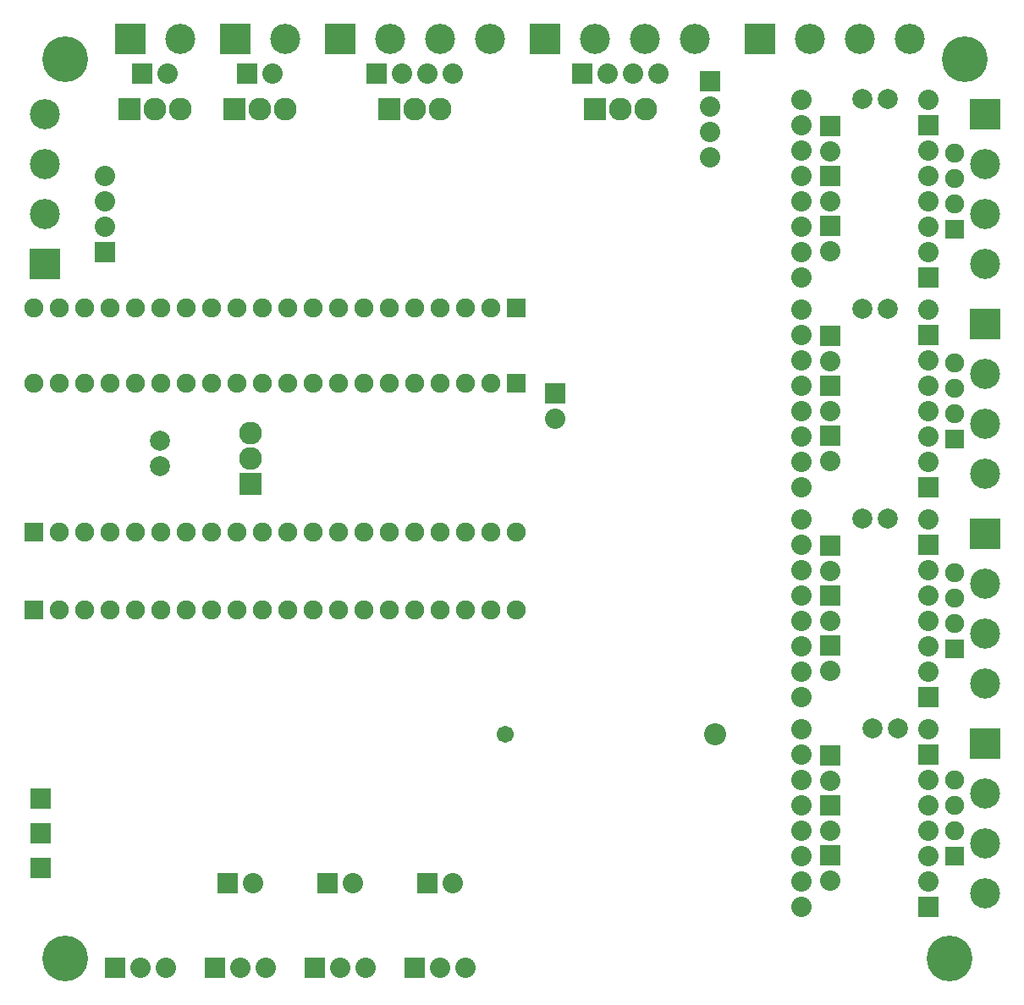
<source format=gbs>
G04 (created by PCBNEW-RS274X (2012-01-19 BZR 3256)-stable) date 23/08/2012 8:13:32 PM*
G01*
G70*
G90*
%MOIN*%
G04 Gerber Fmt 3.4, Leading zero omitted, Abs format*
%FSLAX34Y34*%
G04 APERTURE LIST*
%ADD10C,0.006000*%
%ADD11R,0.075000X0.075000*%
%ADD12C,0.075000*%
%ADD13R,0.118400X0.118400*%
%ADD14C,0.118400*%
%ADD15C,0.090000*%
%ADD16R,0.090000X0.090000*%
%ADD17R,0.080000X0.080000*%
%ADD18C,0.080000*%
%ADD19C,0.079100*%
%ADD20C,0.180000*%
%ADD21C,0.067200*%
%ADD22C,0.086900*%
G04 APERTURE END LIST*
G54D10*
G54D11*
X41733Y-38114D03*
G54D12*
X41733Y-37114D03*
X41733Y-36114D03*
X41733Y-35114D03*
G54D11*
X41733Y-13389D03*
G54D12*
X41733Y-12389D03*
X41733Y-11389D03*
X41733Y-10389D03*
G54D11*
X41733Y-21657D03*
G54D12*
X41733Y-20657D03*
X41733Y-19657D03*
X41733Y-18657D03*
G54D13*
X42914Y-25393D03*
G54D14*
X42914Y-27362D03*
X42914Y-29330D03*
X42914Y-31299D03*
G54D13*
X42914Y-33661D03*
G54D14*
X42914Y-35630D03*
X42914Y-37598D03*
X42914Y-39567D03*
G54D13*
X42914Y-17126D03*
G54D14*
X42914Y-19095D03*
X42914Y-21063D03*
X42914Y-23032D03*
G54D13*
X42914Y-08858D03*
G54D14*
X42914Y-10827D03*
X42914Y-12795D03*
X42914Y-14764D03*
G54D13*
X05906Y-14763D03*
G54D14*
X05906Y-12794D03*
X05906Y-10826D03*
X05906Y-08857D03*
G54D13*
X34056Y-05905D03*
G54D14*
X36025Y-05905D03*
X37993Y-05905D03*
X39962Y-05905D03*
G54D13*
X25591Y-05905D03*
G54D14*
X27560Y-05905D03*
X29528Y-05905D03*
X31497Y-05905D03*
G54D13*
X17521Y-05905D03*
G54D14*
X19490Y-05905D03*
X21458Y-05905D03*
X23427Y-05905D03*
G54D13*
X13387Y-05905D03*
G54D14*
X15356Y-05905D03*
G54D13*
X09253Y-05905D03*
G54D14*
X11222Y-05905D03*
G54D15*
X21473Y-08662D03*
X20473Y-08662D03*
G54D16*
X19473Y-08662D03*
G54D15*
X15371Y-08662D03*
X14371Y-08662D03*
G54D16*
X13371Y-08662D03*
G54D15*
X11237Y-08662D03*
X10237Y-08662D03*
G54D16*
X09237Y-08662D03*
G54D15*
X29544Y-08662D03*
X28544Y-08662D03*
G54D16*
X27544Y-08662D03*
G54D15*
X13977Y-21441D03*
X13977Y-22441D03*
G54D16*
X13977Y-23441D03*
G54D11*
X05461Y-28393D03*
G54D12*
X06461Y-28393D03*
X07461Y-28393D03*
X08461Y-28393D03*
X09461Y-28393D03*
X10461Y-28393D03*
X11461Y-28393D03*
X12461Y-28393D03*
X13461Y-28393D03*
X14461Y-28393D03*
X15461Y-28393D03*
X16461Y-28393D03*
X17461Y-28393D03*
X18461Y-28393D03*
X19461Y-28393D03*
X20461Y-28393D03*
X21461Y-28393D03*
X22461Y-28393D03*
X23461Y-28393D03*
X24461Y-28393D03*
X24461Y-25346D03*
X23461Y-25346D03*
X22461Y-25346D03*
X21461Y-25346D03*
X20461Y-25346D03*
X19461Y-25346D03*
X18461Y-25346D03*
X17461Y-25346D03*
X16461Y-25346D03*
X15461Y-25346D03*
X14461Y-25346D03*
X13461Y-25346D03*
X12461Y-25346D03*
X11461Y-25346D03*
X10461Y-25346D03*
X09461Y-25346D03*
X08461Y-25346D03*
X07461Y-25346D03*
X06461Y-25346D03*
G54D11*
X05461Y-25346D03*
X24461Y-16488D03*
G54D12*
X23461Y-16488D03*
X22461Y-16488D03*
X21461Y-16488D03*
X20461Y-16488D03*
X19461Y-16488D03*
X18461Y-16488D03*
X17461Y-16488D03*
X16461Y-16488D03*
X15461Y-16488D03*
X14461Y-16488D03*
X13461Y-16488D03*
X12461Y-16488D03*
X11461Y-16488D03*
X10461Y-16488D03*
X09461Y-16488D03*
X08461Y-16488D03*
X07461Y-16488D03*
X06461Y-16488D03*
X05461Y-16488D03*
X05461Y-19465D03*
X06461Y-19465D03*
X07461Y-19465D03*
X08461Y-19465D03*
X09461Y-19465D03*
X10461Y-19465D03*
X11461Y-19465D03*
X12461Y-19465D03*
X13461Y-19465D03*
X14461Y-19465D03*
X15461Y-19465D03*
X16461Y-19465D03*
X17461Y-19465D03*
X18461Y-19465D03*
X19461Y-19465D03*
X20461Y-19465D03*
X21461Y-19465D03*
X22461Y-19465D03*
X23461Y-19465D03*
G54D11*
X24461Y-19465D03*
G54D17*
X40691Y-15311D03*
G54D18*
X40691Y-14311D03*
X40691Y-13311D03*
X40691Y-12311D03*
X40691Y-11311D03*
X40691Y-10311D03*
G54D17*
X40691Y-09311D03*
G54D18*
X40691Y-08311D03*
X35691Y-08311D03*
X35691Y-09311D03*
X35691Y-10311D03*
X35691Y-11311D03*
X35691Y-12311D03*
X35691Y-13311D03*
X35691Y-14311D03*
X35691Y-15311D03*
G54D17*
X40691Y-31846D03*
G54D18*
X40691Y-30846D03*
X40691Y-29846D03*
X40691Y-28846D03*
X40691Y-27846D03*
X40691Y-26846D03*
G54D17*
X40691Y-25846D03*
G54D18*
X40691Y-24846D03*
X35691Y-24846D03*
X35691Y-25846D03*
X35691Y-26846D03*
X35691Y-27846D03*
X35691Y-28846D03*
X35691Y-29846D03*
X35691Y-30846D03*
X35691Y-31846D03*
G54D17*
X40691Y-23578D03*
G54D18*
X40691Y-22578D03*
X40691Y-21578D03*
X40691Y-20578D03*
X40691Y-19578D03*
X40691Y-18578D03*
G54D17*
X40691Y-17578D03*
G54D18*
X40691Y-16578D03*
X35691Y-16578D03*
X35691Y-17578D03*
X35691Y-18578D03*
X35691Y-19578D03*
X35691Y-20578D03*
X35691Y-21578D03*
X35691Y-22578D03*
X35691Y-23578D03*
G54D17*
X40691Y-40114D03*
G54D18*
X40691Y-39114D03*
X40691Y-38114D03*
X40691Y-37114D03*
X40691Y-36114D03*
X40691Y-35114D03*
G54D17*
X40691Y-34114D03*
G54D18*
X40691Y-33114D03*
X35691Y-33114D03*
X35691Y-34114D03*
X35691Y-35114D03*
X35691Y-36114D03*
X35691Y-37114D03*
X35691Y-38114D03*
X35691Y-39114D03*
X35691Y-40114D03*
G54D17*
X32087Y-07555D03*
G54D18*
X32087Y-08555D03*
X32087Y-09555D03*
X32087Y-10555D03*
G54D17*
X08268Y-14295D03*
G54D18*
X08268Y-13295D03*
X08268Y-12295D03*
X08268Y-11295D03*
G54D17*
X18973Y-07283D03*
G54D18*
X19973Y-07283D03*
X20973Y-07283D03*
X21973Y-07283D03*
G54D17*
X27044Y-07283D03*
G54D18*
X28044Y-07283D03*
X29044Y-07283D03*
X30044Y-07283D03*
G54D17*
X12583Y-42519D03*
G54D18*
X13583Y-42519D03*
X14583Y-42519D03*
G54D17*
X16520Y-42519D03*
G54D18*
X17520Y-42519D03*
X18520Y-42519D03*
G54D17*
X08646Y-42519D03*
G54D18*
X09646Y-42519D03*
X10646Y-42519D03*
G54D17*
X20457Y-42519D03*
G54D18*
X21457Y-42519D03*
X22457Y-42519D03*
G54D17*
X25985Y-19874D03*
G54D18*
X25985Y-20874D03*
G54D17*
X36813Y-27846D03*
G54D18*
X36813Y-28846D03*
G54D17*
X20958Y-39172D03*
G54D18*
X21958Y-39172D03*
G54D17*
X17020Y-39172D03*
G54D18*
X18020Y-39172D03*
G54D17*
X13083Y-39172D03*
G54D18*
X14083Y-39172D03*
G54D17*
X36813Y-13279D03*
G54D18*
X36813Y-14279D03*
G54D17*
X36813Y-29815D03*
G54D18*
X36813Y-30815D03*
G54D17*
X36813Y-11311D03*
G54D18*
X36813Y-12311D03*
G54D17*
X36813Y-09342D03*
G54D18*
X36813Y-10342D03*
G54D17*
X13871Y-07283D03*
G54D18*
X14871Y-07283D03*
G54D17*
X09737Y-07283D03*
G54D18*
X10737Y-07283D03*
G54D17*
X36813Y-34145D03*
G54D18*
X36813Y-35145D03*
G54D17*
X36813Y-17610D03*
G54D18*
X36813Y-18610D03*
G54D17*
X36813Y-36114D03*
G54D18*
X36813Y-37114D03*
G54D17*
X36813Y-19578D03*
G54D18*
X36813Y-20578D03*
G54D17*
X36813Y-38082D03*
G54D18*
X36813Y-39082D03*
G54D17*
X36813Y-21547D03*
G54D18*
X36813Y-22547D03*
G54D17*
X36813Y-25878D03*
G54D18*
X36813Y-26878D03*
G54D17*
X05709Y-37204D03*
X05709Y-38582D03*
X05709Y-35826D03*
G54D19*
X38084Y-24803D03*
X39084Y-24803D03*
X38084Y-16535D03*
X39084Y-16535D03*
X38478Y-33070D03*
X39478Y-33070D03*
X38084Y-08267D03*
X39084Y-08267D03*
X10434Y-22744D03*
X10434Y-21744D03*
G54D20*
X06694Y-06693D03*
X42127Y-06693D03*
X06694Y-42126D03*
X41537Y-42126D03*
G54D21*
X24016Y-33287D03*
G54D22*
X32284Y-33287D03*
G54D11*
X41733Y-29925D03*
G54D12*
X41733Y-28925D03*
X41733Y-27925D03*
X41733Y-26925D03*
M02*

</source>
